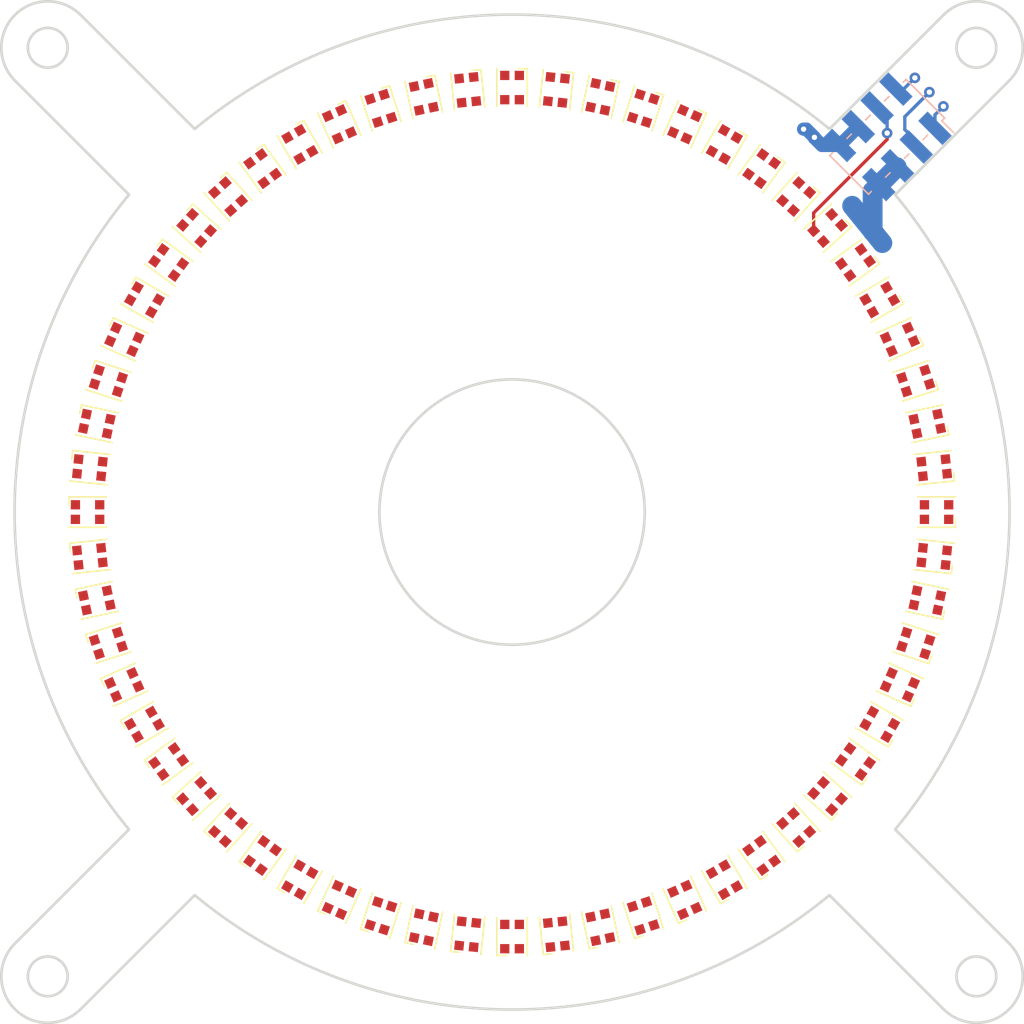
<source format=kicad_pcb>
(kicad_pcb (version 20211014) (generator pcbnew)
  (title_block (title "Knobby Coil PCB 8 Layer") (date "2023-02-03") (rev "2.0"))
  (layers (0 "F.Cu" signal) (1 "In1.Cu" signal) (2 "In2.Cu" signal) (3 "In3.Cu" signal) (4 "In4.Cu" signal) (5 "In5.Cu" signal) (6 "In6.Cu" signal) (31 "B.Cu" signal) (34 "B.Paste" user) (35 "F.Paste" user) (36 "B.SilkS" user "B.Silkscreen") (37 "F.SilkS" user "F.Silkscreen") (38 "B.Mask" user) (39 "F.Mask" user) (44 "Edge.Cuts" user))
  (net 0 "")
  (net 1 "coils")
  (net 2 "GND")
  (net 3 "V+")
  (net 4 "LED_IO_58")
  (footprint "LED_SMD:LED_WS2812B-2020_PLCC4_2.0x2.0mm" (layer "F.Cu") (at 180.433809 90.111456 -162)
    (fp_text reference "REF**33" hide)
    (fp_text value "LED_WS2812B-2020_PLCC4_2.0x2.0mm" hide)
  )
  (footprint "LED_SMD:LED_WS2812B-2020_PLCC4_2.0x2.0mm" (layer "F.Cu") (at 171.412179 123.780634 132)
    (fp_text reference "REF**22" hide)
    (fp_text value "LED_WS2812B-2020_PLCC4_2.0x2.0mm" hide)
  )
  (footprint "LED_SMD:LED_WS2812B-2020_PLCC4_2.0x2.0mm" (layer "F.Cu") (at 182 100 180)
    (fp_text reference "REF**30" hide)
    (fp_text value "LED_WS2812B-2020_PLCC4_2.0x2.0mm" hide)
  )
  (footprint "LED_SMD:LED_WS2812B-2020_PLCC4_2.0x2.0mm" (layer "F.Cu") (at 143.346826 68.699277 -78)
    (fp_text reference "REF**47" hide)
    (fp_text value "LED_WS2812B-2020_PLCC4_2.0x2.0mm" hide)
  )
  (footprint "LED_SMD:LED_WS2812B-2020_PLCC4_2.0x2.0mm" (layer "F.Cu") (at 118.175299 96.655089 -6)
    (fp_text reference "REF**59" hide)
    (fp_text value "LED_WS2812B-2020_PLCC4_2.0x2.0mm" hide)
  )
  (footprint "LED_SMD:LED_WS2812B-2020_PLCC4_2.0x2.0mm" (layer "F.Cu") (at 163.015573 70.766545 -114)
    (fp_text reference "REF**41" hide)
    (fp_text value "LED_WS2812B-2020_PLCC4_2.0x2.0mm" hide)
  )
  (footprint "LED_SMD:LED_WS2812B-2020_PLCC4_2.0x2.0mm" (layer "F.Cu") (at 168.809128 125.888544 126)
    (fp_text reference "REF**21" hide)
    (fp_text value "LED_WS2812B-2020_PLCC4_2.0x2.0mm" hide)
  )
  (footprint "LED_SMD:LED_WS2812B-2020_PLCC4_2.0x2.0mm" (layer "F.Cu") (at 150 132 90)
    (fp_text reference "REF**15" hide)
    (fp_text value "LED_WS2812B-2020_PLCC4_2.0x2.0mm" hide)
  )
  (footprint "LED_SMD:LED_WS2812B-2020_PLCC4_2.0x2.0mm" (layer "F.Cu") (at 120.766545 113.015573 24)
    (fp_text reference "REF**4" hide)
    (fp_text value "LED_WS2812B-2020_PLCC4_2.0x2.0mm" hide)
  )
  (footprint "LED_SMD:LED_WS2812B-2020_PLCC4_2.0x2.0mm" (layer "F.Cu") (at 163.015573 129.233455 114)
    (fp_text reference "REF**19" hide)
    (fp_text value "LED_WS2812B-2020_PLCC4_2.0x2.0mm" hide)
  )
  (footprint "LED_SMD:LED_WS2812B-2020_PLCC4_2.0x2.0mm" (layer "F.Cu") (at 181.824701 96.655089 -174)
    (fp_text reference "REF**31" hide)
    (fp_text value "LED_WS2812B-2020_PLCC4_2.0x2.0mm" hide)
  )
  (footprint "LED_SMD:LED_WS2812B-2020_PLCC4_2.0x2.0mm" (layer "F.Cu") (at 150 68 -90)
    (fp_text reference "REF**45" hide)
    (fp_text value "LED_WS2812B-2020_PLCC4_2.0x2.0mm" hide)
  )
  (footprint "LED_SMD:LED_WS2812B-2020_PLCC4_2.0x2.0mm" (layer "F.Cu") (at 126.219366 121.412179 42)
    (fp_text reference "REF**7" hide)
    (fp_text value "LED_WS2812B-2020_PLCC4_2.0x2.0mm" hide)
  )
  (footprint "LED_SMD:LED_WS2812B-2020_PLCC4_2.0x2.0mm" (layer "F.Cu") (at 143.346826 131.300723 78)
    (fp_text reference "REF**13" hide)
    (fp_text value "LED_WS2812B-2020_PLCC4_2.0x2.0mm" hide)
  )
  (footprint "LED_SMD:LED_WS2812B-2020_PLCC4_2.0x2.0mm" (layer "F.Cu") (at 181.300723 106.653174 168)
    (fp_text reference "REF**28" hide)
    (fp_text value "LED_WS2812B-2020_PLCC4_2.0x2.0mm" hide)
  )
  (footprint "LED_SMD:LED_WS2812B-2020_PLCC4_2.0x2.0mm" (layer "F.Cu") (at 118.699277 106.653174 12)
    (fp_text reference "REF**2" hide)
    (fp_text value "LED_WS2812B-2020_PLCC4_2.0x2.0mm" hide)
  )
  (footprint "LED_SMD:LED_WS2812B-2020_PLCC4_2.0x2.0mm" (layer "F.Cu") (at 181.824701 103.344911 174)
    (fp_text reference "REF**29" hide)
    (fp_text value "LED_WS2812B-2020_PLCC4_2.0x2.0mm" hide)
  )
  (footprint "LED_SMD:LED_WS2812B-2020_PLCC4_2.0x2.0mm" (layer "F.Cu") (at 134 127.712813 60)
    (fp_text reference "REF**10" hide)
    (fp_text value "LED_WS2812B-2020_PLCC4_2.0x2.0mm" hide)
  )
  (footprint "LED_SMD:LED_WS2812B-2020_PLCC4_2.0x2.0mm" (layer "F.Cu") (at 122.287187 116 30)
    (fp_text reference "REF**5" hide)
    (fp_text value "LED_WS2812B-2020_PLCC4_2.0x2.0mm" hide)
  )
  (footprint "LED_SMD:LED_WS2812B-2020_PLCC4_2.0x2.0mm" (layer "F.Cu") (at 153.344911 68.175299 -96)
    (fp_text reference "REF**44" hide)
    (fp_text value "LED_WS2812B-2020_PLCC4_2.0x2.0mm" hide)
  )
  (footprint "LED_SMD:LED_WS2812B-2020_PLCC4_2.0x2.0mm" (layer "F.Cu") (at 153.344911 131.824701 96)
    (fp_text reference "REF**16" hide)
    (fp_text value "LED_WS2812B-2020_PLCC4_2.0x2.0mm" hide)
  )
  (footprint "LED_SMD:LED_WS2812B-2020_PLCC4_2.0x2.0mm" (layer "F.Cu") (at 128.587821 123.780634 48)
    (fp_text reference "REF**8" hide)
    (fp_text value "LED_WS2812B-2020_PLCC4_2.0x2.0mm" hide)
  )
  (footprint "LED_SMD:LED_WS2812B-2020_PLCC4_2.0x2.0mm" (layer "F.Cu") (at 146.655089 131.824701 84)
    (fp_text reference "REF**14" hide)
    (fp_text value "LED_WS2812B-2020_PLCC4_2.0x2.0mm" hide)
  )
  (footprint "LED_SMD:LED_WS2812B-2020_PLCC4_2.0x2.0mm" (layer "F.Cu") (at 140.111456 130.433809 72)
    (fp_text reference "REF**12" hide)
    (fp_text value "LED_WS2812B-2020_PLCC4_2.0x2.0mm" hide)
  )
  (footprint "LED_SMD:LED_WS2812B-2020_PLCC4_2.0x2.0mm" (layer "F.Cu") (at 119.566191 90.111456 -18)
    (fp_text reference "REF**57" hide)
    (fp_text value "LED_WS2812B-2020_PLCC4_2.0x2.0mm" hide)
  )
  (footprint "LED_SMD:LED_WS2812B-2020_PLCC4_2.0x2.0mm" (layer "F.Cu") (at 136.984427 129.233455 66)
    (fp_text reference "REF**11" hide)
    (fp_text value "LED_WS2812B-2020_PLCC4_2.0x2.0mm" hide)
  )
  (footprint "LED_SMD:LED_WS2812B-2020_PLCC4_2.0x2.0mm" (layer "F.Cu") (at 124.111456 81.190872 -36)
    (fp_text reference "REF**54" hide)
    (fp_text value "LED_WS2812B-2020_PLCC4_2.0x2.0mm" hide)
  )
  (footprint "LED_SMD:LED_WS2812B-2020_PLCC4_2.0x2.0mm" (layer "F.Cu") (at 140.111456 69.566191 -72)
    (fp_text reference "REF**48" hide)
    (fp_text value "LED_WS2812B-2020_PLCC4_2.0x2.0mm" hide)
  )
  (footprint "LED_SMD:LED_WS2812B-2020_PLCC4_2.0x2.0mm" (layer "F.Cu") (at 126.219366 78.587821 -42)
    (fp_text reference "REF**53" hide)
    (fp_text value "LED_WS2812B-2020_PLCC4_2.0x2.0mm" hide)
  )
  (footprint "LED_SMD:LED_WS2812B-2020_PLCC4_2.0x2.0mm" (layer "F.Cu") (at 179.233455 86.984427 -156)
    (fp_text reference "REF**34" hide)
    (fp_text value "LED_WS2812B-2020_PLCC4_2.0x2.0mm" hide)
  )
  (footprint "LED_SMD:LED_WS2812B-2020_PLCC4_2.0x2.0mm" (layer "F.Cu") (at 136.984427 70.766545 -66)
    (fp_text reference "REF**49" hide)
    (fp_text value "LED_WS2812B-2020_PLCC4_2.0x2.0mm" hide)
  )
  (footprint "LED_SMD:LED_WS2812B-2020_PLCC4_2.0x2.0mm" (layer "F.Cu") (at 179.233455 113.015573 156)
    (fp_text reference "REF**26" hide)
    (fp_text value "LED_WS2812B-2020_PLCC4_2.0x2.0mm" hide)
  )
  (footprint "LED_SMD:LED_WS2812B-2020_PLCC4_2.0x2.0mm" (layer "F.Cu") (at 134 72.287187 -60)
    (fp_text reference "REF**50" hide)
    (fp_text value "LED_WS2812B-2020_PLCC4_2.0x2.0mm" hide)
  )
  (footprint "LED_SMD:LED_WS2812B-2020_PLCC4_2.0x2.0mm" (layer "F.Cu") (at 173.780634 78.587821 -138)
    (fp_text reference "REF**37" hide)
    (fp_text value "LED_WS2812B-2020_PLCC4_2.0x2.0mm" hide)
  )
  (footprint "LED_SMD:LED_WS2812B-2020_PLCC4_2.0x2.0mm" (layer "F.Cu") (at 168.809128 74.111456 -126)
    (fp_text reference "REF**39" hide)
    (fp_text value "LED_WS2812B-2020_PLCC4_2.0x2.0mm" hide)
  )
  (footprint "LED_SMD:LED_WS2812B-2020_PLCC4_2.0x2.0mm" (layer "F.Cu") (at 177.712813 84 -150)
    (fp_text reference "REF**35" hide)
    (fp_text value "LED_WS2812B-2020_PLCC4_2.0x2.0mm" hide)
  )
  (footprint "LED_SMD:LED_WS2812B-2020_PLCC4_2.0x2.0mm" (layer "F.Cu") (at 177.712813 116 150)
    (fp_text reference "REF**25" hide)
    (fp_text value "LED_WS2812B-2020_PLCC4_2.0x2.0mm" hide)
  )
  (footprint "LED_SMD:LED_WS2812B-2020_PLCC4_2.0x2.0mm" (layer "F.Cu") (at 146.655089 68.175299 -84)
    (fp_text reference "REF**46" hide)
    (fp_text value "LED_WS2812B-2020_PLCC4_2.0x2.0mm" hide)
  )
  (footprint "LED_SMD:LED_WS2812B-2020_PLCC4_2.0x2.0mm" (layer "F.Cu") (at 159.888544 130.433809 108)
    (fp_text reference "REF**18" hide)
    (fp_text value "LED_WS2812B-2020_PLCC4_2.0x2.0mm" hide)
  )
  (footprint "LED_SMD:LED_WS2812B-2020_PLCC4_2.0x2.0mm" (layer "F.Cu") (at 120.766545 86.984427 -24)
    (fp_text reference "REF**56" hide)
    (fp_text value "LED_WS2812B-2020_PLCC4_2.0x2.0mm" hide)
  )
  (footprint "LED_SMD:LED_WS2812B-2020_PLCC4_2.0x2.0mm" (layer "F.Cu") (at 171.412179 76.219366 -132)
    (fp_text reference "REF**38" hide)
    (fp_text value "LED_WS2812B-2020_PLCC4_2.0x2.0mm" hide)
  )
  (footprint "LED_SMD:LED_WS2812B-2020_PLCC4_2.0x2.0mm" (layer "F.Cu") (at 131.190872 74.111456 -54)
    (fp_text reference "REF**51" hide)
    (fp_text value "LED_WS2812B-2020_PLCC4_2.0x2.0mm" hide)
  )
  (footprint "LED_SMD:LED_WS2812B-2020_PLCC4_2.0x2.0mm" (layer "F.Cu") (at 156.653174 68.699277 -102)
    (fp_text reference "REF**43" hide)
    (fp_text value "LED_WS2812B-2020_PLCC4_2.0x2.0mm" hide)
  )
  (footprint "LED_SMD:LED_WS2812B-2020_PLCC4_2.0x2.0mm" (layer "F.Cu") (at 173.780634 121.412179 138)
    (fp_text reference "REF**23" hide)
    (fp_text value "LED_WS2812B-2020_PLCC4_2.0x2.0mm" hide)
  )
  (footprint "LED_SMD:LED_WS2812B-2020_PLCC4_2.0x2.0mm" (layer "F.Cu") (at 180.433809 109.888544 162)
    (fp_text reference "REF**27" hide)
    (fp_text value "LED_WS2812B-2020_PLCC4_2.0x2.0mm" hide)
  )
  (footprint "LED_SMD:LED_WS2812B-2020_PLCC4_2.0x2.0mm" (layer "F.Cu") (at 118.175299 103.344911 6)
    (fp_text reference "REF**1" hide)
    (fp_text value "LED_WS2812B-2020_PLCC4_2.0x2.0mm" hide)
  )
  (footprint "LED_SMD:LED_WS2812B-2020_PLCC4_2.0x2.0mm" (layer "F.Cu") (at 166 72.287187 -120)
    (fp_text reference "REF**40" hide)
    (fp_text value "LED_WS2812B-2020_PLCC4_2.0x2.0mm" hide)
  )
  (footprint "LED_SMD:LED_WS2812B-2020_PLCC4_2.0x2.0mm" (layer "F.Cu") (at 166 127.712813 120)
    (fp_text reference "REF**20" hide)
    (fp_text value "LED_WS2812B-2020_PLCC4_2.0x2.0mm" hide)
  )
  (footprint "LED_SMD:LED_WS2812B-2020_PLCC4_2.0x2.0mm" (layer "F.Cu") (at 118 100)
    (fp_text reference "REF**" hide)
    (fp_text value "LED_WS2812B-2020_PLCC4_2.0x2.0mm" hide)
  )
  (footprint "LED_SMD:LED_WS2812B-2020_PLCC4_2.0x2.0mm" (layer "F.Cu") (at 175.888544 81.190872 -144)
    (fp_text reference "REF**36" hide)
    (fp_text value "LED_WS2812B-2020_PLCC4_2.0x2.0mm" hide)
  )
  (footprint "LED_SMD:LED_WS2812B-2020_PLCC4_2.0x2.0mm" (layer "F.Cu") (at 128.587821 76.219366 -48)
    (fp_text reference "REF**52" hide)
    (fp_text value "LED_WS2812B-2020_PLCC4_2.0x2.0mm" hide)
  )
  (footprint "LED_SMD:LED_WS2812B-2020_PLCC4_2.0x2.0mm" (layer "F.Cu") (at 159.888544 69.566191 -108)
    (fp_text reference "REF**42" hide)
    (fp_text value "LED_WS2812B-2020_PLCC4_2.0x2.0mm" hide)
  )
  (footprint "LED_SMD:LED_WS2812B-2020_PLCC4_2.0x2.0mm" (layer "F.Cu") (at 119.566191 109.888544 18)
    (fp_text reference "REF**3" hide)
    (fp_text value "LED_WS2812B-2020_PLCC4_2.0x2.0mm" hide)
  )
  (footprint "LED_SMD:LED_WS2812B-2020_PLCC4_2.0x2.0mm" (layer "F.Cu") (at 122.287187 84 -30)
    (fp_text reference "REF**55" hide)
    (fp_text value "LED_WS2812B-2020_PLCC4_2.0x2.0mm" hide)
  )
  (footprint "LED_SMD:LED_WS2812B-2020_PLCC4_2.0x2.0mm" (layer "F.Cu") (at 124.111456 118.809128 36)
    (fp_text reference "REF**6" hide)
    (fp_text value "LED_WS2812B-2020_PLCC4_2.0x2.0mm" hide)
  )
  (footprint "LED_SMD:LED_WS2812B-2020_PLCC4_2.0x2.0mm" (layer "F.Cu") (at 118.699277 93.346826 -12)
    (fp_text reference "REF**58" hide)
    (fp_text value "LED_WS2812B-2020_PLCC4_2.0x2.0mm" hide)
  )
  (footprint "LED_SMD:LED_WS2812B-2020_PLCC4_2.0x2.0mm" (layer "F.Cu") (at 131.190872 125.888544 54)
    (fp_text reference "REF**9" hide)
    (fp_text value "LED_WS2812B-2020_PLCC4_2.0x2.0mm" hide)
  )
  (footprint "LED_SMD:LED_WS2812B-2020_PLCC4_2.0x2.0mm" (layer "F.Cu") (at 175.888544 118.809128 144)
    (fp_text reference "REF**24" hide)
    (fp_text value "LED_WS2812B-2020_PLCC4_2.0x2.0mm" hide)
  )
  (footprint "LED_SMD:LED_WS2812B-2020_PLCC4_2.0x2.0mm" (layer "F.Cu") (at 156.653174 131.300723 102)
    (fp_text reference "REF**17" hide)
    (fp_text value "LED_WS2812B-2020_PLCC4_2.0x2.0mm" hide)
  )
  (footprint "LED_SMD:LED_WS2812B-2020_PLCC4_2.0x2.0mm" (layer "F.Cu") (at 181.300723 93.346826 -168)
    (fp_text reference "REF**32" hide)
    (fp_text value "LED_WS2812B-2020_PLCC4_2.0x2.0mm" hide)
  )
  (footprint "Connector_PinHeader_2.00mm:PinHeader_2x04_P2.00mm_Vertical_SMD" (layer "B.Cu") (at 178.284 71.716 135)
    (fp_text reference "REF**" hide)
    (fp_text value "PinHeader_2x04_P2.00mm_Vertical_SMD" hide)
  )
  (gr_line (start 178.875631 76.074116) (end 187.474874 67.474874) (layer "Edge.Cuts") (width 0.2))
  (gr_line (start 187.474874 132.525126) (end 178.875631 123.925884) (layer "Edge.Cuts") (width 0.2))
  (gr_arc (start 173.925884 128.875631) (mid 150 137.5) (end 126.074116 128.875631) (layer "Edge.Cuts") (width 0.2))
  (gr_poly (pts (xy 160 100) (xy 159.998476 100.174524) (xy 159.993908 100.348994) (xy 159.986295 100.523359) (xy 159.97564 100.697564) (xy 159.961946 100.871557) (xy 159.945218 101.045284) (xy 159.925461 101.218693) (xy 159.90268 101.391731) (xy 159.876883 101.564344) (xy 159.848077 101.736481) (xy 159.816271 101.908089) (xy 159.781476 102.079116) (xy 159.7437 102.24951) (xy 159.702957 102.419218) (xy 159.659258 102.58819) (xy 159.612616 102.756373) (xy 159.563047 102.923717) (xy 159.510565 103.090169) (xy 159.455185 103.255681) (xy 159.396926 103.420201) (xy 159.335804 103.583679) (xy 159.271838 103.746065) (xy 159.205048 103.907311) (xy 159.135454 104.067366) (xy 159.063077 104.226182) (xy 158.98794 104.383711) (xy 158.910065 104.539904) (xy 158.829475 104.694715) (xy 158.746197 104.848096) (xy 158.660254 105) (xy 158.571673 105.15038) (xy 158.48048 105.299192) (xy 158.386705 105.44639) (xy 158.290375 105.591929) (xy 158.19152 105.735764) (xy 158.090169 105.877852) (xy 157.986355 106.01815) (xy 157.880107 106.156614) (xy 157.771459 106.293203) (xy 157.660444 106.427876) (xy 157.547095 106.56059) (xy 157.431448 106.691306) (xy 157.313537 106.819983) (xy 157.193398 106.946583) (xy 157.071067 107.071067) (xy 156.946583 107.193398) (xy 156.819983 107.313537) (xy 156.691306 107.431448) (xy 156.56059 107.547095) (xy 156.427876 107.660444) (xy 156.293203 107.771459) (xy 156.156614 107.880107) (xy 156.01815 107.986355) (xy 155.877852 108.090169) (xy 155.735764 108.19152) (xy 155.591929 108.290375) (xy 155.44639 108.386705) (xy 155.299192 108.48048) (xy 155.15038 108.571673) (xy 155 108.660254) (xy 154.848096 108.746197) (xy 154.694715 108.829475) (xy 154.539904 108.910065) (xy 154.383711 108.98794) (xy 154.226182 109.063077) (xy 154.067366 109.135454) (xy 153.907311 109.205048) (xy 153.746065 109.271838) (xy 153.583679 109.335804) (xy 153.420201 109.396926) (xy 153.255681 109.455185) (xy 153.090169 109.510565) (xy 152.923717 109.563047) (xy 152.756373 109.612616) (xy 152.58819 109.659258) (xy 152.419218 109.702957) (xy 152.24951 109.7437) (xy 152.079116 109.781476) (xy 151.908089 109.816271) (xy 151.736481 109.848077) (xy 151.564344 109.876883) (xy 151.391731 109.90268) (xy 151.218693 109.925461) (xy 151.045284 109.945218) (xy 150.871557 109.961946) (xy 150.697564 109.97564) (xy 150.523359 109.986295) (xy 150.348994 109.993908) (xy 150.174524 109.998476) (xy 150 110) (xy 149.825475 109.998476) (xy 149.651005 109.993908) (xy 149.47664 109.986295) (xy 149.302435 109.97564) (xy 149.128442 109.961946) (xy 148.954715 109.945218) (xy 148.781306 109.925461) (xy 148.608268 109.90268) (xy 148.435655 109.876883) (xy 148.263518 109.848077) (xy 148.09191 109.816271) (xy 147.920883 109.781476) (xy 147.750489 109.7437) (xy 147.580781 109.702957) (xy 147.411809 109.659258) (xy 147.243626 109.612616) (xy 147.076282 109.563047) (xy 146.90983 109.510565) (xy 146.744318 109.455185) (xy 146.579798 109.396926) (xy 146.41632 109.335804) (xy 146.253934 109.271838) (xy 146.092688 109.205048) (xy 145.932633 109.135454) (xy 145.773817 109.063077) (xy 145.616288 108.98794) (xy 145.460095 108.910065) (xy 145.305284 108.829475) (xy 145.151903 108.746197) (xy 145 108.660254) (xy 144.849619 108.571673) (xy 144.700807 108.48048) (xy 144.553609 108.386705) (xy 144.40807 108.290375) (xy 144.264235 108.19152) (xy 144.122147 108.090169) (xy 143.981849 107.986355) (xy 143.843385 107.880107) (xy 143.706796 107.771459) (xy 143.572123 107.660444) (xy 143.439409 107.547095) (xy 143.308693 107.431448) (xy 143.180016 107.313537) (xy 143.053416 107.193398) (xy 142.928932 107.071067) (xy 142.806601 106.946583) (xy 142.686462 106.819983) (xy 142.568551 106.691306) (xy 142.452904 106.56059) (xy 142.339555 106.427876) (xy 142.22854 106.293203) (xy 142.119892 106.156614) (xy 142.013644 106.01815) (xy 141.90983 105.877852) (xy 141.808479 105.735764) (xy 141.709624 105.591929) (xy 141.613294 105.44639) (xy 141.519519 105.299192) (xy 141.428326 105.15038) (xy 141.339745 105) (xy 141.253802 104.848096) (xy 141.170524 104.694715) (xy 141.089934 104.539904) (xy 141.012059 104.383711) (xy 140.936922 104.226182) (xy 140.864545 104.067366) (xy 140.794951 103.907311) (xy 140.728161 103.746065) (xy 140.664195 103.583679) (xy 140.603073 103.420201) (xy 140.544814 103.255681) (xy 140.489434 103.090169) (xy 140.436952 102.923717) (xy 140.387383 102.756373) (xy 140.340741 102.58819) (xy 140.297042 102.419218) (xy 140.256299 102.24951) (xy 140.218523 102.079116) (xy 140.183728 101.908089) (xy 140.151922 101.736481) (xy 140.123116 101.564344) (xy 140.097319 101.391731) (xy 140.074538 101.218693) (xy 140.054781 101.045284) (xy 140.038053 100.871557) (xy 140.024359 100.697564) (xy 140.013704 100.523359) (xy 140.006091 100.348994) (xy 140.001523 100.174524) (xy 140 100) (xy 140.001523 99.825475) (xy 140.006091 99.651005) (xy 140.013704 99.47664) (xy 140.024359 99.302435) (xy 140.038053 99.128442) (xy 140.054781 98.954715) (xy 140.074538 98.781306) (xy 140.097319 98.608268) (xy 140.123116 98.435655) (xy 140.151922 98.263518) (xy 140.183728 98.09191) (xy 140.218523 97.920883) (xy 140.256299 97.750489) (xy 140.297042 97.580781) (xy 140.340741 97.411809) (xy 140.387383 97.243626) (xy 140.436952 97.076282) (xy 140.489434 96.90983) (xy 140.544814 96.744318) (xy 140.603073 96.579798) (xy 140.664195 96.41632) (xy 140.728161 96.253934) (xy 140.794951 96.092688) (xy 140.864545 95.932633) (xy 140.936922 95.773817) (xy 141.012059 95.616288) (xy 141.089934 95.460095) (xy 141.170524 95.305284) (xy 141.253802 95.151903) (xy 141.339745 95) (xy 141.428326 94.849619) (xy 141.519519 94.700807) (xy 141.613294 94.553609) (xy 141.709624 94.40807) (xy 141.808479 94.264235) (xy 141.90983 94.122147) (xy 142.013644 93.981849) (xy 142.119892 93.843385) (xy 142.22854 93.706796) (xy 142.339555 93.572123) (xy 142.452904 93.439409) (xy 142.568551 93.308693) (xy 142.686462 93.180016) (xy 142.806601 93.053416) (xy 142.928932 92.928932) (xy 143.053416 92.806601) (xy 143.180016 92.686462) (xy 143.308693 92.568551) (xy 143.439409 92.452904) (xy 143.572123 92.339555) (xy 143.706796 92.22854) (xy 143.843385 92.119892) (xy 143.981849 92.013644) (xy 144.122147 91.90983) (xy 144.264235 91.808479) (xy 144.40807 91.709624) (xy 144.553609 91.613294) (xy 144.700807 91.519519) (xy 144.849619 91.428326) (xy 145 91.339745) (xy 145.151903 91.253802) (xy 145.305284 91.170524) (xy 145.460095 91.089934) (xy 145.616288 91.012059) (xy 145.773817 90.936922) (xy 145.932633 90.864545) (xy 146.092688 90.794951) (xy 146.253934 90.728161) (xy 146.41632 90.664195) (xy 146.579798 90.603073) (xy 146.744318 90.544814) (xy 146.90983 90.489434) (xy 147.076282 90.436952) (xy 147.243626 90.387383) (xy 147.411809 90.340741) (xy 147.580781 90.297042) (xy 147.750489 90.256299) (xy 147.920883 90.218523) (xy 148.09191 90.183728) (xy 148.263518 90.151922) (xy 148.435655 90.123116) (xy 148.608268 90.097319) (xy 148.781306 90.074538) (xy 148.954715 90.054781) (xy 149.128442 90.038053) (xy 149.302435 90.024359) (xy 149.47664 90.013704) (xy 149.651005 90.006091) (xy 149.825475 90.001523) (xy 150 90) (xy 150.174524 90.001523) (xy 150.348994 90.006091) (xy 150.523359 90.013704) (xy 150.697564 90.024359) (xy 150.871557 90.038053) (xy 151.045284 90.054781) (xy 151.218693 90.074538) (xy 151.391731 90.097319) (xy 151.564344 90.123116) (xy 151.736481 90.151922) (xy 151.908089 90.183728) (xy 152.079116 90.218523) (xy 152.24951 90.256299) (xy 152.419218 90.297042) (xy 152.58819 90.340741) (xy 152.756373 90.387383) (xy 152.923717 90.436952) (xy 153.090169 90.489434) (xy 153.255681 90.544814) (xy 153.420201 90.603073) (xy 153.583679 90.664195) (xy 153.746065 90.728161) (xy 153.907311 90.794951) (xy 154.067366 90.864545) (xy 154.226182 90.936922) (xy 154.383711 91.012059) (xy 154.539904 91.089934) (xy 154.694715 91.170524) (xy 154.848096 91.253802) (xy 155 91.339745) (xy 155.15038 91.428326) (xy 155.299192 91.519519) (xy 155.44639 91.613294) (xy 155.591929 91.709624) (xy 155.735764 91.808479) (xy 155.877852 91.90983) (xy 156.01815 92.013644) (xy 156.156614 92.119892) (xy 156.293203 92.22854) (xy 156.427876 92.339555) (xy 156.56059 92.452904) (xy 156.691306 92.568551) (xy 156.819983 92.686462) (xy 156.946583 92.806601) (xy 157.071067 92.928932) (xy 157.193398 93.053416) (xy 157.313537 93.180016) (xy 157.431448 93.308693) (xy 157.547095 93.439409) (xy 157.660444 93.572123) (xy 157.771459 93.706796) (xy 157.880107 93.843385) (xy 157.986355 93.981849) (xy 158.090169 94.122147) (xy 158.19152 94.264235) (xy 158.290375 94.40807) (xy 158.386705 94.553609) (xy 158.48048 94.700807) (xy 158.571673 94.849619) (xy 158.660254 95) (xy 158.746197 95.151903) (xy 158.829475 95.305284) (xy 158.910065 95.460095) (xy 158.98794 95.616288) (xy 159.063077 95.773817) (xy 159.135454 95.932633) (xy 159.205048 96.092688) (xy 159.271838 96.253934) (xy 159.335804 96.41632) (xy 159.396926 96.579798) (xy 159.455185 96.744318) (xy 159.510565 96.90983) (xy 159.563047 97.076282) (xy 159.612616 97.243626) (xy 159.659258 97.411809) (xy 159.702957 97.580781) (xy 159.7437 97.750489) (xy 159.781476 97.920883) (xy 159.816271 98.09191) (xy 159.848077 98.263518) (xy 159.876883 98.435655) (xy 159.90268 98.608268) (xy 159.925461 98.781306) (xy 159.945218 98.954715) (xy 159.961946 99.128442) (xy 159.97564 99.302435) (xy 159.986295 99.47664) (xy 159.993908 99.651005) (xy 159.998476 99.825475) (xy 160 100)) (layer "Edge.Cuts") (width 0.1) (fill none))
  (gr_circle (center 115 65) (end 116.5 65) (layer "Edge.Cuts") (width 0.2) (fill none))
  (gr_circle (center 115 135) (end 116.5 135) (layer "Edge.Cuts") (width 0.2) (fill none))
  (gr_arc (start 182.525126 62.525126) (mid 187.474874 62.525126) (end 187.474874 67.474874) (layer "Edge.Cuts") (width 0.2))
  (gr_arc (start 178.875631 76.074116) (mid 187.5 100) (end 178.875631 123.925884) (layer "Edge.Cuts") (width 0.2))
  (gr_arc (start 187.474874 132.525126) (mid 187.474874 137.474874) (end 182.525126 137.474874) (layer "Edge.Cuts") (width 0.2))
  (gr_line (start 182.525126 62.525126) (end 173.925884 71.124369) (layer "Edge.Cuts") (width 0.2))
  (gr_line (start 117.474874 137.474874) (end 126.074116 128.875631) (layer "Edge.Cuts") (width 0.2))
  (gr_arc (start 112.525126 67.474874) (mid 112.525126 62.525126) (end 117.474874 62.525126) (layer "Edge.Cuts") (width 0.2))
  (gr_arc (start 126.074116 71.124369) (mid 150 62.5) (end 173.925884 71.124369) (layer "Edge.Cuts") (width 0.2))
  (gr_arc (start 117.474874 137.474874) (mid 112.525126 137.474874) (end 112.525126 132.525126) (layer "Edge.Cuts") (width 0.2))
  (gr_line (start 121.124369 123.925884) (end 112.525126 132.525126) (layer "Edge.Cuts") (width 0.2))
  (gr_arc (start 121.124369 123.925884) (mid 112.5 100) (end 121.124369 76.074116) (layer "Edge.Cuts") (width 0.2))
  (gr_circle (center 185 135) (end 186.5 135) (layer "Edge.Cuts") (width 0.2) (fill none))
  (gr_line (start 173.925884 128.875631) (end 182.525126 137.474874) (layer "Edge.Cuts") (width 0.2))
  (gr_line (start 126.074116 71.124369) (end 117.474874 62.525126) (layer "Edge.Cuts") (width 0.2))
  (gr_circle (center 150 100) (end 160 100) (layer "Edge.Cuts") (width 0.2) (fill none))
  (gr_line (start 112.525126 67.474874) (end 121.124369 76.074116) (layer "Edge.Cuts") (width 0.2))
  (gr_circle (center 185 65) (end 186.5 65) (layer "Edge.Cuts") (width 0.2) (fill none))
  (via (at 181.459125 68.345445) (size 0.8) (drill 0.4) (layers "F.Cu" "B.Cu") (net 1))
  (via (at 182.515088 69.421331) (size 0.8) (drill 0.4) (layers "F.Cu" "B.Cu") (net 1))
  (via (at 180.363315 67.269559) (size 0.8) (drill 0.4) (layers "F.Cu" "B.Cu") (net 1))
  (segment (start 178.931003 68.120362) (end 179.512512 68.120362) (width 0.25) (layer "B.Cu") (net 1))
  (segment (start 179.60621 70.19836) (end 181.459125 68.345445) (width 0.25) (layer "B.Cu") (net 1))
  (segment (start 180 72.017787) (end 180 71.568417) (width 0.25) (layer "B.Cu") (net 1))
  (segment (start 179.60621 71.174627) (end 179.60621 70.19836) (width 0.25) (layer "B.Cu") (net 1))
  (segment (start 180 71.568417) (end 179.60621 71.174627) (width 0.25) (layer "B.Cu") (net 1))
  (segment (start 179.512512 68.120362) (end 180.363315 67.269559) (width 0.25) (layer "B.Cu") (net 1))
  (segment (start 181.879638 71.068997) (end 181.879638 70.056781) (width 0.25) (layer "B.Cu") (net 1))
  (segment (start 181.879638 70.056781) (end 182.515088 69.421331) (width 0.25) (layer "B.Cu") (net 1))
  (segment (start 180.465424 72.483211) (end 180 72.017787) (width 0.25) (layer "B.Cu") (net 1))
  (segment (start 177.18063 78.81937) (end 177.911086 79.721408) (width 1.5) (layer "B.Cu") (net 2))
  (segment (start 177.18063 75.81937) (end 178 75) (width 1.5) (layer "B.Cu") (net 2))
  (segment (start 175.638496 76.914994) (end 177.18063 78.81937) (width 1.5) (layer "B.Cu") (net 2))
  (segment (start 178 75) (end 179 74) (width 1.5) (layer "B.Cu") (net 2))
  (segment (start 177.18063 78.81937) (end 177.18063 75.81937) (width 1.5) (layer "B.Cu") (net 2))
  (via (at 172.792265 71.752417) (size 0.8) (drill 0.4) (layers "F.Cu" "B.Cu") (net 3))
  (via (at 171.975389 71.134779) (size 0.8) (drill 0.4) (layers "F.Cu" "B.Cu") (net 3))
  (segment (start 171.975389 71.134779) (end 172.174627 71.134779) (width 1) (layer "B.Cu") (net 3))
  (segment (start 173.363003 72.363003) (end 174.688362 72.363003) (width 1) (layer "B.Cu") (net 3))
  (segment (start 172.792265 71.752417) (end 172.792265 71.792265) (width 1) (layer "B.Cu") (net 3))
  (segment (start 172.174627 71.134779) (end 172.792265 71.752417) (width 1) (layer "B.Cu") (net 3))
  (segment (start 174.688362 72.363003) (end 176.102576 70.948789) (width 1) (layer "B.Cu") (net 3))
  (segment (start 172.792265 71.792265) (end 173.363003 72.363003) (width 1) (layer "B.Cu") (net 3))
  (segment (start 172.732635 77.45332) (end 178.271315 71.91464) (width 0.25) (layer "F.Cu") (net 4))
  (segment (start 172.732635 78.791346) (end 172.732635 77.45332) (width 0.25) (layer "F.Cu") (net 4))
  (segment (start 178.271315 71.91464) (end 178.271315 71.433636) (width 0.25) (layer "F.Cu") (net 4))
  (via (at 178.271315 71.433636) (size 0.8) (drill 0.4) (layers "F.Cu" "B.Cu") (net 4))
  (segment (start 177.516789 69.534576) (end 177.982213 70) (width 0.25) (layer "B.Cu") (net 4))
  (segment (start 178.271315 70.271315) (end 178.271315 71.433636) (width 0.25) (layer "B.Cu") (net 4))
  (segment (start 177.693297 69.711084) (end 177.711084 69.711084) (width 0.25) (layer "B.Cu") (net 4))
  (segment (start 177.516789 69.534576) (end 177.693297 69.711084) (width 0.25) (layer "B.Cu") (net 4))
  (segment (start 178 70) (end 178.271315 70.271315) (width 0.25) (layer "B.Cu") (net 4))
  (segment (start 177.982213 70) (end 178 70) (width 0.25) (layer "B.Cu") (net 4))
)
</source>
